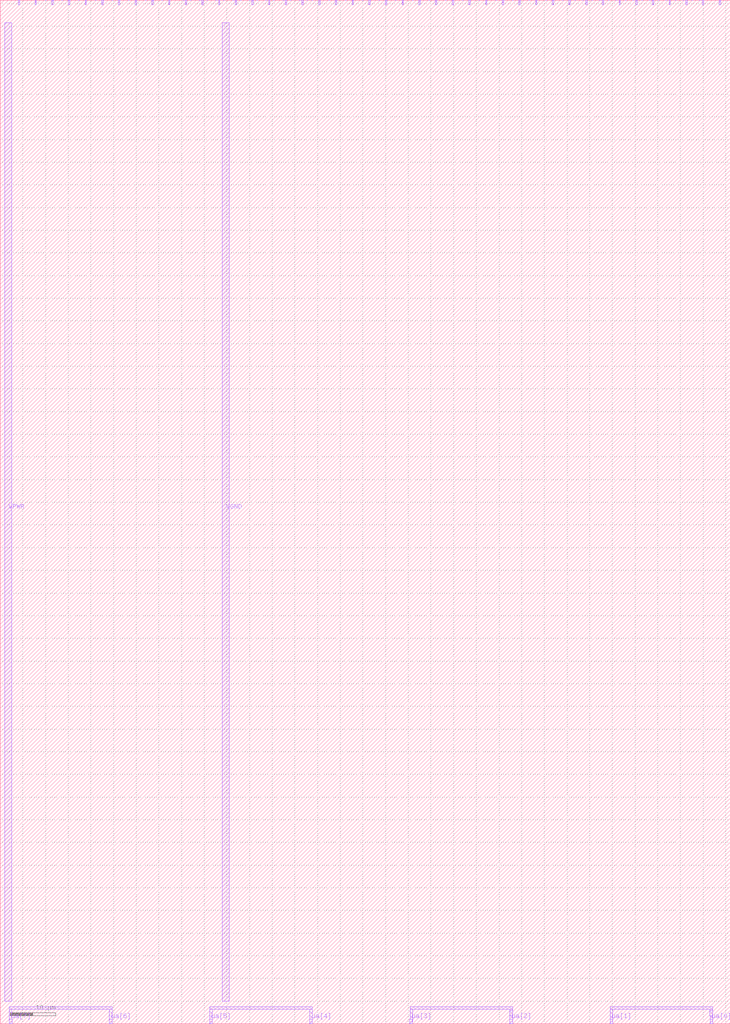
<source format=lef>
VERSION 5.7 ;
  NOWIREEXTENSIONATPIN ON ;
  DIVIDERCHAR "/" ;
  BUSBITCHARS "[]" ;
MACRO tt_um_analog_loopback
  CLASS BLOCK ;
  FOREIGN tt_um_analog_loopback ;
  ORIGIN 0.000 0.000 ;
  SIZE 161.000 BY 225.760 ;
  PIN clk
    DIRECTION INPUT ;
    USE SIGNAL ;
    PORT
      LAYER met4 ;
        RECT 154.870 224.760 155.170 225.760 ;
    END
  END clk
  PIN ena
    DIRECTION INPUT ;
    USE SIGNAL ;
    PORT
      LAYER met4 ;
        RECT 158.550 224.760 158.850 225.760 ;
    END
  END ena
  PIN rst_n
    DIRECTION INPUT ;
    USE SIGNAL ;
    PORT
      LAYER met4 ;
        RECT 151.190 224.760 151.490 225.760 ;
    END
  END rst_n
  PIN ua[0]
    DIRECTION INOUT ;
    USE SIGNAL ;
    PORT
      LAYER met4 ;
        RECT 156.560 0.000 157.160 1.000 ;
    END
  END ua[0]
  PIN ua[1]
    DIRECTION INOUT ;
    USE SIGNAL ;
    PORT
      LAYER met4 ;
        RECT 134.480 0.000 135.080 1.000 ;
    END
  END ua[1]
  PIN ua[2]
    DIRECTION INOUT ;
    USE SIGNAL ;
    PORT
      LAYER met4 ;
        RECT 112.400 0.000 113.000 1.000 ;
    END
  END ua[2]
  PIN ua[3]
    DIRECTION INOUT ;
    USE SIGNAL ;
    PORT
      LAYER met4 ;
        RECT 90.320 0.000 90.920 1.000 ;
    END
  END ua[3]
  PIN ua[4]
    DIRECTION INOUT ;
    USE SIGNAL ;
    PORT
      LAYER met4 ;
        RECT 68.240 0.000 68.840 1.000 ;
    END
  END ua[4]
  PIN ua[5]
    DIRECTION INOUT ;
    USE SIGNAL ;
    PORT
      LAYER met4 ;
        RECT 46.160 0.000 46.760 1.000 ;
    END
  END ua[5]
  PIN ua[6]
    DIRECTION INOUT ;
    USE SIGNAL ;
    PORT
      LAYER met4 ;
        RECT 24.080 0.000 24.680 1.000 ;
    END
  END ua[6]
  PIN ua[7]
    DIRECTION INOUT ;
    USE SIGNAL ;
    PORT
      LAYER met4 ;
        RECT 2.000 0.000 2.600 1.000 ;
    END
  END ua[7]
  PIN ui_in[0]
    DIRECTION INPUT ;
    USE SIGNAL ;
    PORT
      LAYER met4 ;
        RECT 147.510 224.760 147.810 225.760 ;
    END
  END ui_in[0]
  PIN ui_in[1]
    DIRECTION INPUT ;
    USE SIGNAL ;
    PORT
      LAYER met4 ;
        RECT 143.830 224.760 144.130 225.760 ;
    END
  END ui_in[1]
  PIN ui_in[2]
    DIRECTION INPUT ;
    USE SIGNAL ;
    PORT
      LAYER met4 ;
        RECT 140.150 224.760 140.450 225.760 ;
    END
  END ui_in[2]
  PIN ui_in[3]
    DIRECTION INPUT ;
    USE SIGNAL ;
    PORT
      LAYER met4 ;
        RECT 136.470 224.760 136.770 225.760 ;
    END
  END ui_in[3]
  PIN ui_in[4]
    DIRECTION INPUT ;
    USE SIGNAL ;
    PORT
      LAYER met4 ;
        RECT 132.790 224.760 133.090 225.760 ;
    END
  END ui_in[4]
  PIN ui_in[5]
    DIRECTION INPUT ;
    USE SIGNAL ;
    PORT
      LAYER met4 ;
        RECT 129.110 224.760 129.410 225.760 ;
    END
  END ui_in[5]
  PIN ui_in[6]
    DIRECTION INPUT ;
    USE SIGNAL ;
    PORT
      LAYER met4 ;
        RECT 125.430 224.760 125.730 225.760 ;
    END
  END ui_in[6]
  PIN ui_in[7]
    DIRECTION INPUT ;
    USE SIGNAL ;
    PORT
      LAYER met4 ;
        RECT 121.750 224.760 122.050 225.760 ;
    END
  END ui_in[7]
  PIN uio_in[0]
    DIRECTION INPUT ;
    USE SIGNAL ;
    PORT
      LAYER met4 ;
        RECT 118.070 224.760 118.370 225.760 ;
    END
  END uio_in[0]
  PIN uio_in[1]
    DIRECTION INPUT ;
    USE SIGNAL ;
    PORT
      LAYER met4 ;
        RECT 114.390 224.760 114.690 225.760 ;
    END
  END uio_in[1]
  PIN uio_in[2]
    DIRECTION INPUT ;
    USE SIGNAL ;
    PORT
      LAYER met4 ;
        RECT 110.710 224.760 111.010 225.760 ;
    END
  END uio_in[2]
  PIN uio_in[3]
    DIRECTION INPUT ;
    USE SIGNAL ;
    PORT
      LAYER met4 ;
        RECT 107.030 224.760 107.330 225.760 ;
    END
  END uio_in[3]
  PIN uio_in[4]
    DIRECTION INPUT ;
    USE SIGNAL ;
    PORT
      LAYER met4 ;
        RECT 103.350 224.760 103.650 225.760 ;
    END
  END uio_in[4]
  PIN uio_in[5]
    DIRECTION INPUT ;
    USE SIGNAL ;
    PORT
      LAYER met4 ;
        RECT 99.670 224.760 99.970 225.760 ;
    END
  END uio_in[5]
  PIN uio_in[6]
    DIRECTION INPUT ;
    USE SIGNAL ;
    PORT
      LAYER met4 ;
        RECT 95.990 224.760 96.290 225.760 ;
    END
  END uio_in[6]
  PIN uio_in[7]
    DIRECTION INPUT ;
    USE SIGNAL ;
    PORT
      LAYER met4 ;
        RECT 92.310 224.760 92.610 225.760 ;
    END
  END uio_in[7]
  PIN uio_oe[0]
    DIRECTION OUTPUT ;
    USE SIGNAL ;
    PORT
      LAYER met4 ;
        RECT 29.750 224.760 30.050 225.760 ;
    END
  END uio_oe[0]
  PIN uio_oe[1]
    DIRECTION OUTPUT ;
    USE SIGNAL ;
    PORT
      LAYER met4 ;
        RECT 26.070 224.760 26.370 225.760 ;
    END
  END uio_oe[1]
  PIN uio_oe[2]
    DIRECTION OUTPUT ;
    USE SIGNAL ;
    PORT
      LAYER met4 ;
        RECT 22.390 224.760 22.690 225.760 ;
    END
  END uio_oe[2]
  PIN uio_oe[3]
    DIRECTION OUTPUT ;
    USE SIGNAL ;
    PORT
      LAYER met4 ;
        RECT 18.710 224.760 19.010 225.760 ;
    END
  END uio_oe[3]
  PIN uio_oe[4]
    DIRECTION OUTPUT ;
    USE SIGNAL ;
    PORT
      LAYER met4 ;
        RECT 15.030 224.760 15.330 225.760 ;
    END
  END uio_oe[4]
  PIN uio_oe[5]
    DIRECTION OUTPUT ;
    USE SIGNAL ;
    PORT
      LAYER met4 ;
        RECT 11.350 224.760 11.650 225.760 ;
    END
  END uio_oe[5]
  PIN uio_oe[6]
    DIRECTION OUTPUT ;
    USE SIGNAL ;
    PORT
      LAYER met4 ;
        RECT 7.670 224.760 7.970 225.760 ;
    END
  END uio_oe[6]
  PIN uio_oe[7]
    DIRECTION OUTPUT ;
    USE SIGNAL ;
    PORT
      LAYER met4 ;
        RECT 3.990 224.760 4.290 225.760 ;
    END
  END uio_oe[7]
  PIN uio_out[0]
    DIRECTION OUTPUT ;
    USE SIGNAL ;
    PORT
      LAYER met4 ;
        RECT 59.190 224.760 59.490 225.760 ;
    END
  END uio_out[0]
  PIN uio_out[1]
    DIRECTION OUTPUT ;
    USE SIGNAL ;
    PORT
      LAYER met4 ;
        RECT 55.510 224.760 55.810 225.760 ;
    END
  END uio_out[1]
  PIN uio_out[2]
    DIRECTION OUTPUT ;
    USE SIGNAL ;
    PORT
      LAYER met4 ;
        RECT 51.830 224.760 52.130 225.760 ;
    END
  END uio_out[2]
  PIN uio_out[3]
    DIRECTION OUTPUT ;
    USE SIGNAL ;
    PORT
      LAYER met4 ;
        RECT 48.150 224.760 48.450 225.760 ;
    END
  END uio_out[3]
  PIN uio_out[4]
    DIRECTION OUTPUT ;
    USE SIGNAL ;
    PORT
      LAYER met4 ;
        RECT 44.470 224.760 44.770 225.760 ;
    END
  END uio_out[4]
  PIN uio_out[5]
    DIRECTION OUTPUT ;
    USE SIGNAL ;
    PORT
      LAYER met4 ;
        RECT 40.790 224.760 41.090 225.760 ;
    END
  END uio_out[5]
  PIN uio_out[6]
    DIRECTION OUTPUT ;
    USE SIGNAL ;
    PORT
      LAYER met4 ;
        RECT 37.110 224.760 37.410 225.760 ;
    END
  END uio_out[6]
  PIN uio_out[7]
    DIRECTION OUTPUT ;
    USE SIGNAL ;
    PORT
      LAYER met4 ;
        RECT 33.430 224.760 33.730 225.760 ;
    END
  END uio_out[7]
  PIN uo_out[0]
    DIRECTION OUTPUT ;
    USE SIGNAL ;
    PORT
      LAYER met4 ;
        RECT 88.630 224.760 88.930 225.760 ;
    END
  END uo_out[0]
  PIN uo_out[1]
    DIRECTION OUTPUT ;
    USE SIGNAL ;
    PORT
      LAYER met4 ;
        RECT 84.950 224.760 85.250 225.760 ;
    END
  END uo_out[1]
  PIN uo_out[2]
    DIRECTION OUTPUT ;
    USE SIGNAL ;
    PORT
      LAYER met4 ;
        RECT 81.270 224.760 81.570 225.760 ;
    END
  END uo_out[2]
  PIN uo_out[3]
    DIRECTION OUTPUT ;
    USE SIGNAL ;
    PORT
      LAYER met4 ;
        RECT 77.590 224.760 77.890 225.760 ;
    END
  END uo_out[3]
  PIN uo_out[4]
    DIRECTION OUTPUT ;
    USE SIGNAL ;
    PORT
      LAYER met4 ;
        RECT 73.910 224.760 74.210 225.760 ;
    END
  END uo_out[4]
  PIN uo_out[5]
    DIRECTION OUTPUT ;
    USE SIGNAL ;
    PORT
      LAYER met4 ;
        RECT 70.230 224.760 70.530 225.760 ;
    END
  END uo_out[5]
  PIN uo_out[6]
    DIRECTION OUTPUT ;
    USE SIGNAL ;
    PORT
      LAYER met4 ;
        RECT 66.550 224.760 66.850 225.760 ;
    END
  END uo_out[6]
  PIN uo_out[7]
    DIRECTION OUTPUT ;
    USE SIGNAL ;
    PORT
      LAYER met4 ;
        RECT 62.870 224.760 63.170 225.760 ;
    END
  END uo_out[7]
  PIN VPWR
    DIRECTION INOUT ;
    USE POWER ;
    PORT
      LAYER met4 ;
        RECT 1.000 5.000 2.500 220.760 ;
    END
  END VPWR
  PIN VGND
    DIRECTION INOUT ;
    USE GROUND ;
    PORT
      LAYER met4 ;
        RECT 49.000 5.000 50.500 220.760 ;
    END
  END VGND
  OBS
      LAYER met4 ;
        RECT 1.980 3.160 24.680 3.760 ;
        RECT 1.980 1.000 2.580 3.160 ;
        RECT 24.080 1.000 24.680 3.160 ;
        RECT 46.195 3.185 68.840 3.785 ;
        RECT 46.195 1.000 46.795 3.185 ;
        RECT 68.240 1.000 68.840 3.185 ;
        RECT 90.370 3.180 112.995 3.780 ;
        RECT 90.370 1.000 90.970 3.180 ;
        RECT 112.395 2.835 112.995 3.180 ;
        RECT 134.510 3.180 157.115 3.780 ;
        RECT 112.395 1.875 113.000 2.835 ;
        RECT 112.400 1.000 113.000 1.875 ;
        RECT 134.510 1.000 135.110 3.180 ;
        RECT 156.515 2.835 157.115 3.180 ;
        RECT 156.515 1.795 157.160 2.835 ;
        RECT 156.560 1.000 157.160 1.795 ;
        RECT 1.980 0.390 2.000 1.000 ;
        RECT 46.760 0.390 46.795 1.000 ;
        RECT 90.920 0.470 90.970 1.000 ;
        RECT 135.080 0.580 135.110 1.000 ;
  END
END tt_um_analog_loopback
END LIBRARY


</source>
